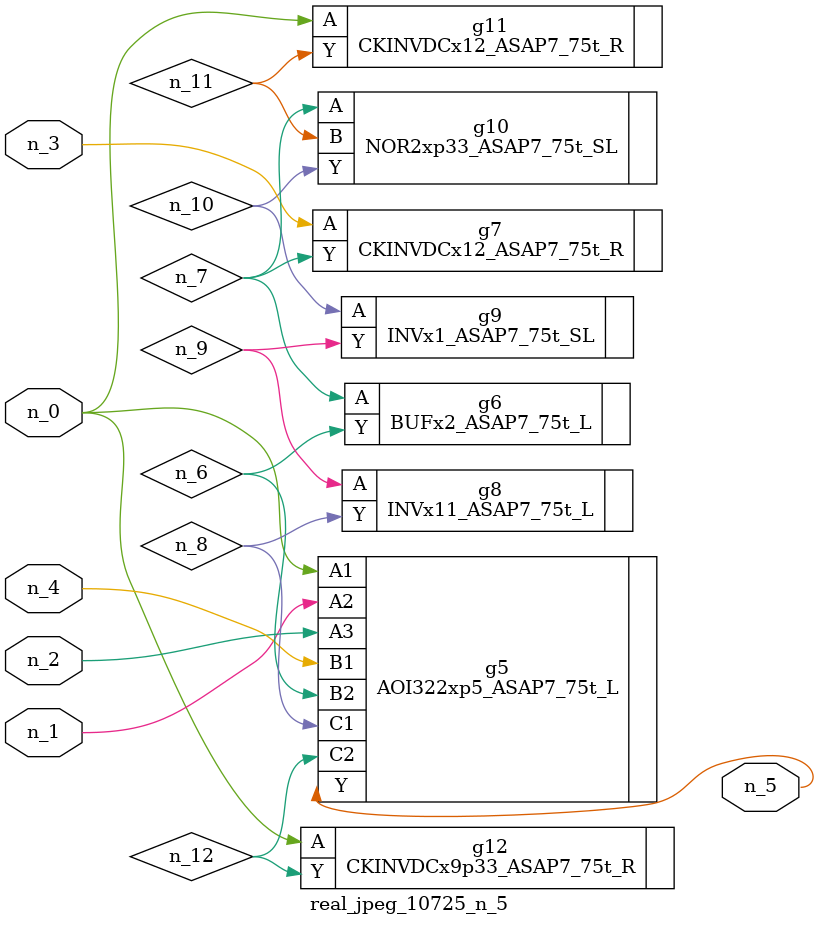
<source format=v>
module real_jpeg_10725_n_5 (n_4, n_0, n_1, n_2, n_3, n_5);

input n_4;
input n_0;
input n_1;
input n_2;
input n_3;

output n_5;

wire n_12;
wire n_8;
wire n_11;
wire n_6;
wire n_7;
wire n_10;
wire n_9;

AOI322xp5_ASAP7_75t_L g5 ( 
.A1(n_0),
.A2(n_1),
.A3(n_2),
.B1(n_4),
.B2(n_6),
.C1(n_8),
.C2(n_12),
.Y(n_5)
);

CKINVDCx12_ASAP7_75t_R g11 ( 
.A(n_0),
.Y(n_11)
);

CKINVDCx9p33_ASAP7_75t_R g12 ( 
.A(n_0),
.Y(n_12)
);

CKINVDCx12_ASAP7_75t_R g7 ( 
.A(n_3),
.Y(n_7)
);

BUFx2_ASAP7_75t_L g6 ( 
.A(n_7),
.Y(n_6)
);

NOR2xp33_ASAP7_75t_SL g10 ( 
.A(n_7),
.B(n_11),
.Y(n_10)
);

INVx11_ASAP7_75t_L g8 ( 
.A(n_9),
.Y(n_8)
);

INVx1_ASAP7_75t_SL g9 ( 
.A(n_10),
.Y(n_9)
);


endmodule
</source>
